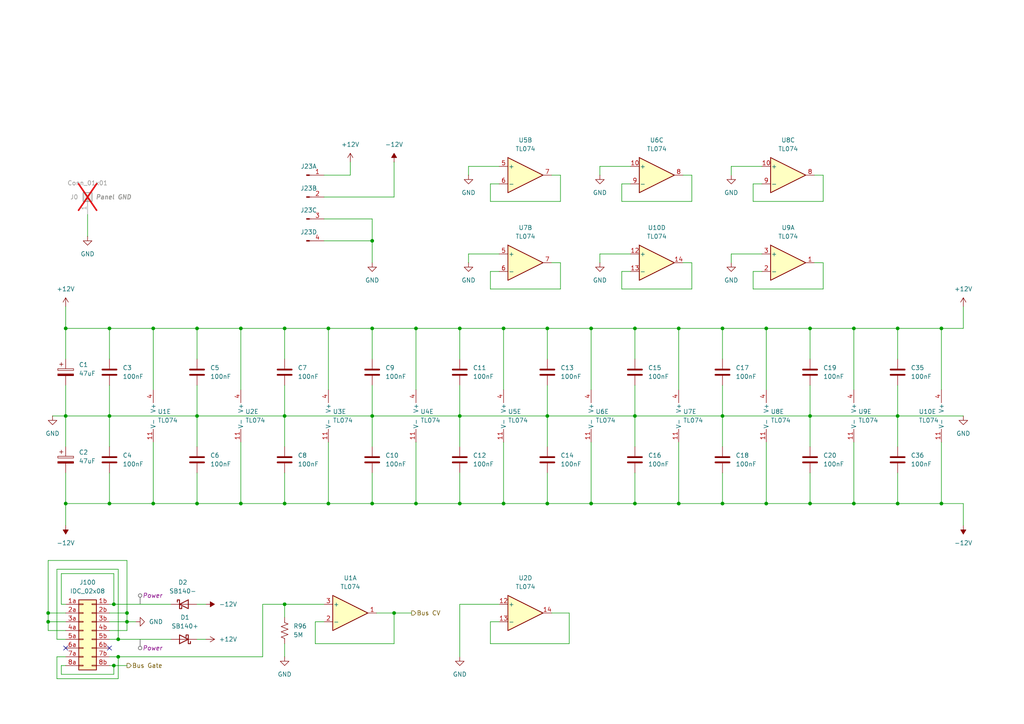
<source format=kicad_sch>
(kicad_sch (version 20231120) (generator "eeschema") (generator_version "8.0")
  (paper "A4")
  (title_block (title "Power Distribution") (company "DMH Instruments") (comment 1 "PCB for 15cm Kosmo format synthesizer module"))
  (lib_symbols
    (symbol "Amplifier_Operational:TL074" (pin_names (offset 0.127))
      (property "Reference" "U" (at 0 5.08 0))
      (property "Value" "TL074" (at 0 -5.08 0))
      (symbol "TL074_1_1"
        (polyline (pts (xy -5.08 5.08) (xy 5.08 0) (xy -5.08 -5.08) (xy -5.08 5.08)) (stroke (width 0.254)) (fill (type background)))
        (pin output line (at 7.62 0 180) (length 2.54) (name "~") (number "1"))
        (pin input line (at -7.62 -2.54 0) (length 2.54) (name "-") (number "2"))
        (pin input line (at -7.62 2.54 0) (length 2.54) (name "+") (number "3"))
      )
      (symbol "TL074_2_1"
        (polyline (pts (xy -5.08 5.08) (xy 5.08 0) (xy -5.08 -5.08) (xy -5.08 5.08)) (stroke (width 0.254)) (fill (type background)))
        (pin input line (at -7.62 2.54 0) (length 2.54) (name "+") (number "5"))
        (pin input line (at -7.62 -2.54 0) (length 2.54) (name "-") (number "6"))
        (pin output line (at 7.62 0 180) (length 2.54) (name "~") (number "7"))
      )
      (symbol "TL074_3_1"
        (polyline (pts (xy -5.08 5.08) (xy 5.08 0) (xy -5.08 -5.08) (xy -5.08 5.08)) (stroke (width 0.254)) (fill (type background)))
        (pin input line (at -7.62 2.54 0) (length 2.54) (name "+") (number "10"))
        (pin output line (at 7.62 0 180) (length 2.54) (name "~") (number "8"))
        (pin input line (at -7.62 -2.54 0) (length 2.54) (name "-") (number "9"))
      )
      (symbol "TL074_4_1"
        (polyline (pts (xy -5.08 5.08) (xy 5.08 0) (xy -5.08 -5.08) (xy -5.08 5.08)) (stroke (width 0.254)) (fill (type background)))
        (pin input line (at -7.62 2.54 0) (length 2.54) (name "+") (number "12"))
        (pin input line (at -7.62 -2.54 0) (length 2.54) (name "-") (number "13"))
        (pin output line (at 7.62 0 180) (length 2.54) (name "~") (number "14"))
      )
      (symbol "TL074_5_1"
        (pin power_in line (at -2.54 -7.62 90) (length 3.81) (name "V-") (number "11"))
        (pin power_in line (at -2.54 7.62 270) (length 3.81) (name "V+") (number "4"))
      )
    )
    (symbol "Connector_Generic:Conn_01x01" (pin_names (offset 1.016) hide)
      (property "Reference" "J" (at 0 2.54 0))
      (property "Value" "Conn_01x01" (at 0 -2.54 0))
      (symbol "Conn_01x01_1_1"
        (rectangle (start -1.27 0.127) (end 0 -0.127) (stroke (width 0.1524)))
        (rectangle (start -1.27 1.27) (end 1.27 -1.27) (stroke (width 0.254)) (fill (type background)))
        (pin passive line (at -5.08 0 0) (length 3.81) (name "Pin_1") (number "1"))
      )
    )
    (symbol "Device:C" (pin_numbers hide) (pin_names (offset 0.254))
      (property "Reference" "C" (at 0.635 2.54 0))
      (property "Value" "C" (at 0.635 -2.54 0))
      (symbol "C_0_1"
        (polyline (pts (xy -2.032 -0.762) (xy 2.032 -0.762)) (stroke (width 0.508)))
        (polyline (pts (xy -2.032 0.762) (xy 2.032 0.762)) (stroke (width 0.508)))
      )
      (symbol "C_1_1"
        (pin passive line (at 0 3.81 270) (length 2.794) (name "~") (number "1"))
        (pin passive line (at 0 -3.81 90) (length 2.794) (name "~") (number "2"))
      )
    )
    (symbol "Device:C_Polarized" (pin_numbers hide) (pin_names (offset 0.254))
      (property "Reference" "C" (at 0.635 2.54 0))
      (property "Value" "C_Polarized" (at 0.635 -2.54 0))
      (symbol "C_Polarized_0_1"
        (rectangle (start -2.286 0.508) (end 2.286 1.016))
        (polyline (pts (xy -1.778 2.286) (xy -0.762 2.286)))
        (polyline (pts (xy -1.27 2.794) (xy -1.27 1.778)))
        (rectangle (start 2.286 -0.508) (end -2.286 -1.016) (fill (type outline)))
      )
      (symbol "C_Polarized_1_1"
        (pin passive line (at 0 3.81 270) (length 2.794) (name "~") (number "1"))
        (pin passive line (at 0 -3.81 90) (length 2.794) (name "~") (number "2"))
      )
    )
    (symbol "Device:R_US" (pin_numbers hide) (pin_names (offset 0))
      (property "Reference" "R" (at 2.54 0 90))
      (property "Value" "R_US" (at -2.54 0 90))
      (symbol "R_US_0_1"
        (polyline (pts (xy 0 -2.286) (xy 0 -2.54)))
        (polyline (pts (xy 0 2.286) (xy 0 2.54)))
        (polyline (pts (xy 0 -0.762) (xy 1.016 -1.143) (xy 0 -1.524) (xy -1.016 -1.905) (xy 0 -2.286)))
        (polyline (pts (xy 0 0.762) (xy 1.016 0.381) (xy 0 0) (xy -1.016 -0.381) (xy 0 -0.762)))
        (polyline (pts (xy 0 2.286) (xy 1.016 1.905) (xy 0 1.524) (xy -1.016 1.143) (xy 0 0.762)))
      )
      (symbol "R_US_1_1"
        (pin passive line (at 0 3.81 270) (length 1.27) (name "~") (number "1"))
        (pin passive line (at 0 -3.81 90) (length 1.27) (name "~") (number "2"))
      )
    )
    (symbol "SynthStuff:Conn_01x04_PinHeader" (pin_names (offset 1.016) hide)
      (property "Reference" "J" (at 0 2.54 0))
      (symbol "Conn_01x04_PinHeader_1_1"
        (polyline (pts (xy 1.27 0) (xy 0.8636 0)) (stroke (width 0.1524)))
        (rectangle (start 0.8636 0.127) (end 0 -0.127) (stroke (width 0.1524)) (fill (type outline)))
        (pin passive line (at 5.08 0 180) (length 3.81) (name "Pin_1") (number "1"))
      )
      (symbol "Conn_01x04_PinHeader_2_1"
        (polyline (pts (xy 1.27 0) (xy 0.8636 0)) (stroke (width 0.1524)))
        (rectangle (start 0.8636 0.127) (end 0 -0.127) (stroke (width 0.1524)) (fill (type outline)))
        (pin passive line (at 5.08 0 180) (length 3.81) (name "Pin_2") (number "2"))
      )
      (symbol "Conn_01x04_PinHeader_3_1"
        (polyline (pts (xy 1.27 0) (xy 0.8636 0)) (stroke (width 0.1524)))
        (rectangle (start 0.8636 0.127) (end 0 -0.127) (stroke (width 0.1524)) (fill (type outline)))
        (pin passive line (at 5.08 0 180) (length 3.81) (name "Pin_3") (number "3"))
      )
      (symbol "Conn_01x04_PinHeader_4_1"
        (polyline (pts (xy 1.27 0) (xy 0.8636 0)) (stroke (width 0.1524)))
        (rectangle (start 0.8636 0.127) (end 0 -0.127) (stroke (width 0.1524)) (fill (type outline)))
        (pin passive line (at 5.08 0 180) (length 3.81) (name "Pin_4") (number "4"))
      )
    )
    (symbol "SynthStuff:Eurorack_Power_Connector_16Pin" (pin_names (offset 1.016) hide)
      (property "Reference" "J" (at 1.27 -16.51 0))
      (property "Value" "IDC_02x08" (at 1.27 -13.97 0))
      (symbol "Eurorack_Power_Connector_16Pin_1_1"
        (rectangle (start -1.27 -10.033) (end 0 -10.287) (stroke (width 0.1524)))
        (rectangle (start -1.27 -7.493) (end 0 -7.747) (stroke (width 0.1524)))
        (rectangle (start -1.27 -4.953) (end 0 -5.207) (stroke (width 0.1524)))
        (rectangle (start -1.27 -2.413) (end 0 -2.667) (stroke (width 0.1524)))
        (rectangle (start -1.27 0.127) (end 0 -0.127) (stroke (width 0.1524)))
        (rectangle (start -1.27 2.667) (end 0 2.413) (stroke (width 0.1524)))
        (rectangle (start -1.27 5.207) (end 0 4.953) (stroke (width 0.1524)))
        (rectangle (start -1.27 7.747) (end 0 7.493) (stroke (width 0.1524)))
        (rectangle (start -1.27 8.89) (end 3.81 -11.43) (stroke (width 0.254)) (fill (type background)))
        (rectangle (start 3.81 -10.033) (end 2.54 -10.287) (stroke (width 0.1524)))
        (rectangle (start 3.81 -7.493) (end 2.54 -7.747) (stroke (width 0.1524)))
        (rectangle (start 3.81 -4.953) (end 2.54 -5.207) (stroke (width 0.1524)))
        (rectangle (start 3.81 -2.413) (end 2.54 -2.667) (stroke (width 0.1524)))
        (rectangle (start 3.81 0.127) (end 2.54 -0.127) (stroke (width 0.1524)))
        (rectangle (start 3.81 2.667) (end 2.54 2.413) (stroke (width 0.1524)))
        (rectangle (start 3.81 5.207) (end 2.54 4.953) (stroke (width 0.1524)))
        (rectangle (start 3.81 7.747) (end 2.54 7.493) (stroke (width 0.1524)))
        (pin power_out line (at -5.08 7.62 0) (length 3.81) (name "Pin_1a") (number "1a"))
        (pin passive line (at 7.62 7.62 180) (length 3.81) (name "Pin_1b") (number "1b"))
        (pin power_out line (at -5.08 5.08 0) (length 3.81) (name "Pin_2a") (number "2a"))
        (pin passive line (at 7.62 5.08 180) (length 3.81) (name "Pin_2b") (number "2b"))
        (pin passive line (at -5.08 2.54 0) (length 3.81) (name "Pin_3a") (number "3a"))
        (pin passive line (at 7.62 2.54 180) (length 3.81) (name "Pin_3b") (number "3b"))
        (pin passive line (at -5.08 0 0) (length 3.81) (name "Pin_4a") (number "4a"))
        (pin passive line (at 7.62 0 180) (length 3.81) (name "Pin_4b") (number "4b"))
        (pin power_out line (at -5.08 -2.54 0) (length 3.81) (name "Pin_5a") (number "5a"))
        (pin passive line (at 7.62 -2.54 180) (length 3.81) (name "Pin_5b") (number "5b"))
        (pin power_out line (at -5.08 -5.08 0) (length 3.81) (name "Pin_6a") (number "6a"))
        (pin passive line (at 7.62 -5.08 180) (length 3.81) (name "Pin_6b") (number "6b"))
        (pin passive line (at -5.08 -7.62 0) (length 3.81) (name "Pin_7a") (number "7a"))
        (pin passive line (at 7.62 -7.62 180) (length 3.81) (name "Pin_7b") (number "7b"))
        (pin passive line (at -5.08 -10.16 0) (length 3.81) (name "Pin_8a") (number "8a"))
        (pin passive line (at 7.62 -10.16 180) (length 3.81) (name "Pin_8b") (number "8b"))
      )
    )
    (symbol "SynthStuff:Power_Bus_Schotty_+" (pin_numbers hide) (pin_names (offset 1.016) hide)
      (property "Reference" "D" (at 0 2.54 0))
      (property "Value" "SB140+" (at 0 -2.54 0))
      (symbol "Power_Bus_Schotty_+_0_1"
        (polyline (pts (xy 1.27 0) (xy -1.27 0)))
        (polyline (pts (xy 1.27 1.27) (xy 1.27 -1.27) (xy -1.27 0) (xy 1.27 1.27)) (stroke (width 0.254)))
        (polyline (pts (xy -1.905 0.635) (xy -1.905 1.27) (xy -1.27 1.27) (xy -1.27 -1.27) (xy -0.635 -1.27) (xy -0.635 -0.635)) (stroke (width 0.254)))
      )
      (symbol "Power_Bus_Schotty_+_1_1"
        (pin power_out line (at -3.81 0 0) (length 2.54) (name "K") (number "1"))
        (pin power_in line (at 3.81 0 180) (length 2.54) (name "A") (number "2"))
      )
    )
    (symbol "SynthStuff:Power_Bus_Schotty_-" (pin_numbers hide) (pin_names (offset 1.016) hide)
      (property "Reference" "D" (at 0 2.54 0))
      (property "Value" "SB140-" (at 0 -2.54 0))
      (symbol "Power_Bus_Schotty_-_0_1"
        (polyline (pts (xy 1.27 0) (xy -1.27 0)))
        (polyline (pts (xy 1.27 1.27) (xy 1.27 -1.27) (xy -1.27 0) (xy 1.27 1.27)) (stroke (width 0.254)))
        (polyline (pts (xy -1.905 0.635) (xy -1.905 1.27) (xy -1.27 1.27) (xy -1.27 -1.27) (xy -0.635 -1.27) (xy -0.635 -0.635)) (stroke (width 0.254)))
      )
      (symbol "Power_Bus_Schotty_-_1_1"
        (pin power_in line (at -3.81 0 0) (length 2.54) (name "K") (number "1"))
        (pin power_out line (at 3.81 0 180) (length 2.54) (name "A") (number "2"))
      )
    )
    (symbol "power:+12V" (power) (pin_numbers hide) (pin_names (offset 0) hide)
      (property "Value" "+12V" (at 0 3.556 0))
      (symbol "+12V_0_1"
        (polyline (pts (xy -0.762 1.27) (xy 0 2.54)))
        (polyline (pts (xy 0 0) (xy 0 2.54)))
        (polyline (pts (xy 0 2.54) (xy 0.762 1.27)))
      )
      (symbol "+12V_1_1"
        (pin power_in line (at 0 0 90) (length 0) (name "~") (number "1"))
      )
    )
    (symbol "power:-12V" (power) (pin_numbers hide) (pin_names (offset 0) hide)
      (property "Value" "-12V" (at 0 3.556 0))
      (symbol "-12V_0_0"
        (pin power_in line (at 0 0 90) (length 0) (name "~") (number "1"))
      )
      (symbol "-12V_0_1"
        (polyline (pts (xy 0 0) (xy 0 1.27) (xy 0.762 1.27) (xy 0 2.54) (xy -0.762 1.27) (xy 0 1.27)) (fill (type outline)))
      )
    )
    (symbol "power:GND" (power) (pin_numbers hide) (pin_names (offset 0) hide)
      (property "Value" "GND" (at 0 -3.81 0))
      (symbol "GND_0_1"
        (polyline (pts (xy 0 0) (xy 0 -1.27) (xy 1.27 -1.27) (xy 0 -2.54) (xy -1.27 -1.27) (xy 0 -1.27)))
      )
      (symbol "GND_1_1"
        (pin power_in line (at 0 0 270) (length 0) (name "~") (number "1"))
      )
    )
  )
  (junction (at 82.55 95.25))
  (junction (at 95.25 146.05))
  (junction (at 114.3 177.8))
  (junction (at 234.95 120.65))
  (junction (at 82.55 146.05))
  (junction (at 44.45 95.25))
  (junction (at 33.02 193.04))
  (junction (at 196.85 95.25))
  (junction (at 184.15 120.65))
  (junction (at 31.75 146.05))
  (junction (at 107.95 69.85))
  (junction (at 33.02 175.26))
  (junction (at 260.35 95.25))
  (junction (at 222.25 146.05))
  (junction (at 260.35 146.05))
  (junction (at 158.75 95.25))
  (junction (at 222.25 95.25))
  (junction (at 19.05 95.25))
  (junction (at 247.65 146.05))
  (junction (at 44.45 146.05))
  (junction (at 31.75 95.25))
  (junction (at 184.15 146.05))
  (junction (at 171.45 146.05))
  (junction (at 107.95 95.25))
  (junction (at 57.15 120.65))
  (junction (at 107.95 120.65))
  (junction (at 158.75 120.65))
  (junction (at 146.05 95.25))
  (junction (at 36.83 180.34))
  (junction (at 247.65 95.25))
  (junction (at 34.29 185.42))
  (junction (at 260.35 120.65))
  (junction (at 19.05 146.05))
  (junction (at 82.55 120.65))
  (junction (at 273.05 146.05))
  (junction (at 234.95 146.05))
  (junction (at 171.45 95.25))
  (junction (at 133.35 95.25))
  (junction (at 69.85 95.25))
  (junction (at 184.15 95.25))
  (junction (at 36.83 177.8))
  (junction (at 13.97 180.34))
  (junction (at 146.05 146.05))
  (junction (at 209.55 95.25))
  (junction (at 133.35 146.05))
  (junction (at 196.85 146.05))
  (junction (at 57.15 95.25))
  (junction (at 107.95 146.05))
  (junction (at 95.25 95.25))
  (junction (at 209.55 120.65))
  (junction (at 209.55 146.05))
  (junction (at 234.95 95.25))
  (junction (at 34.29 190.5))
  (junction (at 19.05 120.65))
  (junction (at 13.97 177.8))
  (junction (at 31.75 120.65))
  (junction (at 120.65 146.05))
  (junction (at 133.35 120.65))
  (junction (at 82.55 175.26))
  (junction (at 57.15 146.05))
  (junction (at 158.75 146.05))
  (junction (at 69.85 146.05))
  (junction (at 120.65 95.25))
  (junction (at 273.05 95.25))
  (no_connect (at 19.05 187.96))
  (no_connect (at 31.75 187.96))
  (wire (pts (xy 218.44 58.42) (xy 238.76 58.42)))
  (wire (pts (xy 234.95 146.05) (xy 247.65 146.05)))
  (wire (pts (xy 33.02 193.04) (xy 36.83 193.04)))
  (wire (pts (xy 69.85 146.05) (xy 82.55 146.05)))
  (wire (pts (xy 13.97 162.56) (xy 13.97 177.8)))
  (wire (pts (xy 33.02 195.58) (xy 33.02 193.04)))
  (wire (pts (xy 44.45 128.27) (xy 44.45 146.05)))
  (wire (pts (xy 158.75 120.65) (xy 184.15 120.65)))
  (wire (pts (xy 260.35 146.05) (xy 273.05 146.05)))
  (wire (pts (xy 218.44 83.82) (xy 238.76 83.82)))
  (wire (pts (xy 158.75 120.65) (xy 158.75 129.54)))
  (wire (pts (xy 107.95 120.65) (xy 107.95 129.54)))
  (wire (pts (xy 120.65 146.05) (xy 133.35 146.05)))
  (wire (pts (xy 273.05 128.27) (xy 273.05 146.05)))
  (wire (pts (xy 57.15 137.16) (xy 57.15 146.05)))
  (wire (pts (xy 173.99 76.2) (xy 173.99 73.66)))
  (wire (pts (xy 171.45 128.27) (xy 171.45 146.05)))
  (wire (pts (xy 133.35 120.65) (xy 133.35 129.54)))
  (wire (pts (xy 184.15 95.25) (xy 184.15 104.14)))
  (wire (pts (xy 69.85 95.25) (xy 82.55 95.25)))
  (wire (pts (xy 120.65 128.27) (xy 120.65 146.05)))
  (wire (pts (xy 184.15 137.16) (xy 184.15 146.05)))
  (wire (pts (xy 260.35 95.25) (xy 273.05 95.25)))
  (wire (pts (xy 57.15 120.65) (xy 57.15 129.54)))
  (wire (pts (xy 182.88 78.74) (xy 180.34 78.74)))
  (wire (pts (xy 15.24 120.65) (xy 19.05 120.65)))
  (wire (pts (xy 13.97 180.34) (xy 13.97 177.8)))
  (wire (pts (xy 133.35 175.26) (xy 133.35 190.5)))
  (wire (pts (xy 180.34 83.82) (xy 200.66 83.82)))
  (wire (pts (xy 158.75 95.25) (xy 158.75 104.14)))
  (wire (pts (xy 200.66 76.2) (xy 198.12 76.2)))
  (wire (pts (xy 19.05 120.65) (xy 31.75 120.65)))
  (wire (pts (xy 279.4 95.25) (xy 279.4 88.9)))
  (wire (pts (xy 162.56 76.2) (xy 160.02 76.2)))
  (wire (pts (xy 19.05 146.05) (xy 31.75 146.05)))
  (wire (pts (xy 171.45 95.25) (xy 184.15 95.25)))
  (wire (pts (xy 238.76 50.8) (xy 236.22 50.8)))
  (wire (pts (xy 238.76 58.42) (xy 238.76 50.8)))
  (wire (pts (xy 34.29 165.1) (xy 34.29 185.42)))
  (wire (pts (xy 260.35 120.65) (xy 260.35 129.54)))
  (wire (pts (xy 114.3 186.69) (xy 114.3 177.8)))
  (wire (pts (xy 209.55 120.65) (xy 209.55 129.54)))
  (wire (pts (xy 107.95 95.25) (xy 120.65 95.25)))
  (wire (pts (xy 95.25 95.25) (xy 95.25 113.03)))
  (wire (pts (xy 200.66 83.82) (xy 200.66 76.2)))
  (wire (pts (xy 19.05 180.34) (xy 13.97 180.34)))
  (wire (pts (xy 107.95 69.85) (xy 107.95 76.2)))
  (wire (pts (xy 146.05 146.05) (xy 158.75 146.05)))
  (wire (pts (xy 93.98 69.85) (xy 107.95 69.85)))
  (wire (pts (xy 19.05 185.42) (xy 16.51 185.42)))
  (wire (pts (xy 19.05 95.25) (xy 19.05 104.14)))
  (wire (pts (xy 133.35 95.25) (xy 146.05 95.25)))
  (wire (pts (xy 133.35 95.25) (xy 133.35 104.14)))
  (wire (pts (xy 120.65 95.25) (xy 133.35 95.25)))
  (wire (pts (xy 135.89 76.2) (xy 135.89 73.66)))
  (wire (pts (xy 69.85 128.27) (xy 69.85 146.05)))
  (wire (pts (xy 34.29 190.5) (xy 34.29 196.85)))
  (wire (pts (xy 31.75 95.25) (xy 44.45 95.25)))
  (wire (pts (xy 146.05 95.25) (xy 146.05 113.03)))
  (wire (pts (xy 109.22 177.8) (xy 114.3 177.8)))
  (wire (pts (xy 234.95 120.65) (xy 260.35 120.65)))
  (wire (pts (xy 31.75 185.42) (xy 34.29 185.42)))
  (wire (pts (xy 158.75 111.76) (xy 158.75 120.65)))
  (wire (pts (xy 19.05 177.8) (xy 13.97 177.8)))
  (wire (pts (xy 36.83 162.56) (xy 13.97 162.56)))
  (wire (pts (xy 273.05 146.05) (xy 279.4 146.05)))
  (wire (pts (xy 279.4 146.05) (xy 279.4 152.4)))
  (wire (pts (xy 31.75 182.88) (xy 36.83 182.88)))
  (wire (pts (xy 158.75 95.25) (xy 171.45 95.25)))
  (wire (pts (xy 82.55 186.69) (xy 82.55 190.5)))
  (wire (pts (xy 144.78 53.34) (xy 142.24 53.34)))
  (wire (pts (xy 209.55 95.25) (xy 222.25 95.25)))
  (wire (pts (xy 133.35 137.16) (xy 133.35 146.05)))
  (wire (pts (xy 209.55 120.65) (xy 234.95 120.65)))
  (wire (pts (xy 69.85 95.25) (xy 69.85 113.03)))
  (wire (pts (xy 146.05 95.25) (xy 158.75 95.25)))
  (wire (pts (xy 82.55 95.25) (xy 95.25 95.25)))
  (wire (pts (xy 133.35 111.76) (xy 133.35 120.65)))
  (wire (pts (xy 19.05 182.88) (xy 13.97 182.88)))
  (wire (pts (xy 107.95 95.25) (xy 107.95 104.14)))
  (wire (pts (xy 91.44 186.69) (xy 114.3 186.69)))
  (wire (pts (xy 142.24 78.74) (xy 142.24 83.82)))
  (wire (pts (xy 31.75 193.04) (xy 33.02 193.04)))
  (wire (pts (xy 34.29 185.42) (xy 49.53 185.42)))
  (wire (pts (xy 107.95 146.05) (xy 120.65 146.05)))
  (wire (pts (xy 93.98 180.34) (xy 91.44 180.34)))
  (wire (pts (xy 160.02 177.8) (xy 165.1 177.8)))
  (wire (pts (xy 142.24 83.82) (xy 162.56 83.82)))
  (wire (pts (xy 19.05 88.9) (xy 19.05 95.25)))
  (wire (pts (xy 19.05 95.25) (xy 31.75 95.25)))
  (wire (pts (xy 184.15 95.25) (xy 196.85 95.25)))
  (wire (pts (xy 82.55 175.26) (xy 93.98 175.26)))
  (wire (pts (xy 34.29 190.5) (xy 76.2 190.5)))
  (wire (pts (xy 212.09 48.26) (xy 220.98 48.26)))
  (wire (pts (xy 184.15 120.65) (xy 184.15 129.54)))
  (wire (pts (xy 247.65 95.25) (xy 260.35 95.25)))
  (wire (pts (xy 36.83 177.8) (xy 36.83 162.56)))
  (wire (pts (xy 209.55 111.76) (xy 209.55 120.65)))
  (wire (pts (xy 209.55 95.25) (xy 209.55 104.14)))
  (wire (pts (xy 31.75 180.34) (xy 36.83 180.34)))
  (wire (pts (xy 25.4 62.23) (xy 25.4 68.58)))
  (wire (pts (xy 114.3 57.15) (xy 114.3 46.99)))
  (wire (pts (xy 19.05 175.26) (xy 17.78 175.26)))
  (wire (pts (xy 95.25 95.25) (xy 107.95 95.25)))
  (wire (pts (xy 19.05 190.5) (xy 16.51 190.5)))
  (wire (pts (xy 31.75 175.26) (xy 33.02 175.26)))
  (wire (pts (xy 93.98 63.5) (xy 107.95 63.5)))
  (wire (pts (xy 238.76 76.2) (xy 236.22 76.2)))
  (wire (pts (xy 135.89 73.66) (xy 144.78 73.66)))
  (wire (pts (xy 31.75 95.25) (xy 31.75 104.14)))
  (wire (pts (xy 165.1 177.8) (xy 165.1 186.69)))
  (wire (pts (xy 220.98 53.34) (xy 218.44 53.34)))
  (wire (pts (xy 171.45 95.25) (xy 171.45 113.03)))
  (wire (pts (xy 196.85 95.25) (xy 196.85 113.03)))
  (wire (pts (xy 57.15 175.26) (xy 59.69 175.26)))
  (wire (pts (xy 200.66 50.8) (xy 198.12 50.8)))
  (wire (pts (xy 57.15 185.42) (xy 59.69 185.42)))
  (wire (pts (xy 142.24 58.42) (xy 162.56 58.42)))
  (wire (pts (xy 107.95 63.5) (xy 107.95 69.85)))
  (wire (pts (xy 200.66 58.42) (xy 200.66 50.8)))
  (wire (pts (xy 82.55 111.76) (xy 82.55 120.65)))
  (wire (pts (xy 36.83 182.88) (xy 36.83 180.34)))
  (wire (pts (xy 19.05 111.76) (xy 19.05 120.65)))
  (wire (pts (xy 162.56 83.82) (xy 162.56 76.2)))
  (wire (pts (xy 82.55 95.25) (xy 82.55 104.14)))
  (wire (pts (xy 173.99 50.8) (xy 173.99 48.26)))
  (wire (pts (xy 218.44 78.74) (xy 218.44 83.82)))
  (wire (pts (xy 273.05 95.25) (xy 273.05 113.03)))
  (wire (pts (xy 19.05 120.65) (xy 19.05 129.54)))
  (wire (pts (xy 133.35 146.05) (xy 146.05 146.05)))
  (wire (pts (xy 142.24 180.34) (xy 144.78 180.34)))
  (wire (pts (xy 76.2 190.5) (xy 76.2 175.26)))
  (wire (pts (xy 95.25 146.05) (xy 107.95 146.05)))
  (wire (pts (xy 260.35 137.16) (xy 260.35 146.05)))
  (wire (pts (xy 260.35 120.65) (xy 279.4 120.65)))
  (wire (pts (xy 16.51 165.1) (xy 34.29 165.1)))
  (wire (pts (xy 57.15 146.05) (xy 69.85 146.05)))
  (wire (pts (xy 57.15 111.76) (xy 57.15 120.65)))
  (wire (pts (xy 107.95 111.76) (xy 107.95 120.65)))
  (wire (pts (xy 180.34 53.34) (xy 180.34 58.42)))
  (wire (pts (xy 144.78 78.74) (xy 142.24 78.74)))
  (wire (pts (xy 31.75 120.65) (xy 57.15 120.65)))
  (wire (pts (xy 57.15 95.25) (xy 69.85 95.25)))
  (wire (pts (xy 33.02 166.37) (xy 33.02 175.26)))
  (wire (pts (xy 171.45 146.05) (xy 184.15 146.05)))
  (wire (pts (xy 218.44 53.34) (xy 218.44 58.42)))
  (wire (pts (xy 234.95 95.25) (xy 234.95 104.14)))
  (wire (pts (xy 158.75 137.16) (xy 158.75 146.05)))
  (wire (pts (xy 31.75 137.16) (xy 31.75 146.05)))
  (wire (pts (xy 165.1 186.69) (xy 142.24 186.69)))
  (wire (pts (xy 17.78 166.37) (xy 33.02 166.37)))
  (wire (pts (xy 120.65 95.25) (xy 120.65 113.03)))
  (wire (pts (xy 107.95 137.16) (xy 107.95 146.05)))
  (wire (pts (xy 82.55 137.16) (xy 82.55 146.05)))
  (wire (pts (xy 82.55 120.65) (xy 82.55 129.54)))
  (wire (pts (xy 234.95 137.16) (xy 234.95 146.05)))
  (wire (pts (xy 260.35 111.76) (xy 260.35 120.65)))
  (wire (pts (xy 31.75 190.5) (xy 34.29 190.5)))
  (wire (pts (xy 180.34 58.42) (xy 200.66 58.42)))
  (wire (pts (xy 17.78 195.58) (xy 33.02 195.58)))
  (wire (pts (xy 31.75 111.76) (xy 31.75 120.65)))
  (wire (pts (xy 57.15 120.65) (xy 82.55 120.65)))
  (wire (pts (xy 212.09 50.8) (xy 212.09 48.26)))
  (wire (pts (xy 16.51 196.85) (xy 34.29 196.85)))
  (wire (pts (xy 196.85 128.27) (xy 196.85 146.05)))
  (wire (pts (xy 247.65 128.27) (xy 247.65 146.05)))
  (wire (pts (xy 220.98 78.74) (xy 218.44 78.74)))
  (wire (pts (xy 247.65 95.25) (xy 247.65 113.03)))
  (wire (pts (xy 222.25 128.27) (xy 222.25 146.05)))
  (wire (pts (xy 234.95 120.65) (xy 234.95 129.54)))
  (wire (pts (xy 76.2 175.26) (xy 82.55 175.26)))
  (wire (pts (xy 234.95 95.25) (xy 247.65 95.25)))
  (wire (pts (xy 91.44 180.34) (xy 91.44 186.69)))
  (wire (pts (xy 260.35 95.25) (xy 260.35 104.14)))
  (wire (pts (xy 82.55 175.26) (xy 82.55 179.07)))
  (wire (pts (xy 33.02 175.26) (xy 49.53 175.26)))
  (wire (pts (xy 142.24 186.69) (xy 142.24 180.34)))
  (wire (pts (xy 184.15 111.76) (xy 184.15 120.65)))
  (wire (pts (xy 135.89 50.8) (xy 135.89 48.26)))
  (wire (pts (xy 222.25 146.05) (xy 234.95 146.05)))
  (wire (pts (xy 82.55 120.65) (xy 107.95 120.65)))
  (wire (pts (xy 19.05 137.16) (xy 19.05 146.05)))
  (wire (pts (xy 180.34 78.74) (xy 180.34 83.82)))
  (wire (pts (xy 222.25 95.25) (xy 222.25 113.03)))
  (wire (pts (xy 44.45 95.25) (xy 57.15 95.25)))
  (wire (pts (xy 247.65 146.05) (xy 260.35 146.05)))
  (wire (pts (xy 238.76 83.82) (xy 238.76 76.2)))
  (wire (pts (xy 17.78 193.04) (xy 17.78 195.58)))
  (wire (pts (xy 16.51 190.5) (xy 16.51 196.85)))
  (wire (pts (xy 57.15 95.25) (xy 57.15 104.14)))
  (wire (pts (xy 19.05 193.04) (xy 17.78 193.04)))
  (wire (pts (xy 133.35 120.65) (xy 158.75 120.65)))
  (wire (pts (xy 101.6 50.8) (xy 101.6 46.99)))
  (wire (pts (xy 184.15 120.65) (xy 209.55 120.65)))
  (wire (pts (xy 173.99 48.26) (xy 182.88 48.26)))
  (wire (pts (xy 135.89 48.26) (xy 144.78 48.26)))
  (wire (pts (xy 93.98 57.15) (xy 114.3 57.15)))
  (wire (pts (xy 44.45 95.25) (xy 44.45 113.03)))
  (wire (pts (xy 36.83 180.34) (xy 39.37 180.34)))
  (wire (pts (xy 209.55 137.16) (xy 209.55 146.05)))
  (wire (pts (xy 31.75 177.8) (xy 36.83 177.8)))
  (wire (pts (xy 158.75 146.05) (xy 171.45 146.05)))
  (wire (pts (xy 13.97 182.88) (xy 13.97 180.34)))
  (wire (pts (xy 182.88 53.34) (xy 180.34 53.34)))
  (wire (pts (xy 107.95 120.65) (xy 133.35 120.65)))
  (wire (pts (xy 144.78 175.26) (xy 133.35 175.26)))
  (wire (pts (xy 234.95 111.76) (xy 234.95 120.65)))
  (wire (pts (xy 162.56 58.42) (xy 162.56 50.8)))
  (wire (pts (xy 142.24 53.34) (xy 142.24 58.42)))
  (wire (pts (xy 162.56 50.8) (xy 160.02 50.8)))
  (wire (pts (xy 19.05 152.4) (xy 19.05 146.05)))
  (wire (pts (xy 196.85 146.05) (xy 209.55 146.05)))
  (wire (pts (xy 16.51 185.42) (xy 16.51 165.1)))
  (wire (pts (xy 173.99 73.66) (xy 182.88 73.66)))
  (wire (pts (xy 44.45 146.05) (xy 57.15 146.05)))
  (wire (pts (xy 17.78 175.26) (xy 17.78 166.37)))
  (wire (pts (xy 36.83 180.34) (xy 36.83 177.8)))
  (wire (pts (xy 212.09 73.66) (xy 212.09 76.2)))
  (wire (pts (xy 196.85 95.25) (xy 209.55 95.25)))
  (wire (pts (xy 93.98 50.8) (xy 101.6 50.8)))
  (wire (pts (xy 220.98 73.66) (xy 212.09 73.66)))
  (wire (pts (xy 31.75 120.65) (xy 31.75 129.54)))
  (wire (pts (xy 209.55 146.05) (xy 222.25 146.05)))
  (wire (pts (xy 31.75 146.05) (xy 44.45 146.05)))
  (wire (pts (xy 114.3 177.8) (xy 119.38 177.8)))
  (wire (pts (xy 273.05 95.25) (xy 279.4 95.25)))
  (wire (pts (xy 184.15 146.05) (xy 196.85 146.05)))
  (wire (pts (xy 82.55 146.05) (xy 95.25 146.05)))
  (wire (pts (xy 95.25 128.27) (xy 95.25 146.05)))
  (wire (pts (xy 146.05 128.27) (xy 146.05 146.05)))
  (wire (pts (xy 222.25 95.25) (xy 234.95 95.25)))
  (hierarchical_label "Bus Gate" (shape output) (at 36.83 193.04 0))
  (hierarchical_label "Bus CV" (shape output) (at 119.38 177.8 0))
  (netclass_flag "" (length 2.54) (shape round) (at 40.64 185.42 180) (property "Netclass" "Power" (at 41.3385 187.96 0) (effects (font (italic yes)) (justify left))))
  (netclass_flag "" (length 2.54) (shape round) (at 40.64 175.26 0) (property "Netclass" "Power" (at 41.3385 172.72 0) (effects (font (italic yes)) (justify left))))
  (symbol (lib_id "power:+12V") (at 101.6 46.99 0) (unit 1)
    (property "Reference" "#PWR077" (effects (hide yes)))
    (property "Value" "+12V" (at 101.6 41.91 0))
    (property "Description" "Power symbol creates a global label with name \"+12V\"" (effects (hide yes)))
  )
  (symbol (lib_id "Device:C") (at 31.75 107.95 0) (unit 1) (on_board no)
    (property "Reference" "C3" (at 35.56 106.6799 0) (effects (justify left)))
    (property "Value" "100nF" (at 35.56 109.2199 0) (effects (justify left)))
    (property "Footprint" "Capacitor_THT:C_Disc_D4.3mm_W1.9mm_P5.00mm" (effects (hide yes)))
    (property "Description" "Unpolarized capacitor" (effects (hide yes)))
  )
  (symbol (lib_id "Device:C") (at 234.95 133.35 0) (unit 1) (on_board no)
    (property "Reference" "C20" (at 238.76 132.0799 0) (effects (justify left)))
    (property "Value" "100nF" (at 238.76 134.6199 0) (effects (justify left)))
    (property "Footprint" "Capacitor_THT:C_Disc_D4.3mm_W1.9mm_P5.00mm" (effects (hide yes)))
    (property "Description" "Unpolarized capacitor" (effects (hide yes)))
  )
  (symbol (lib_id "Amplifier_Operational:TL074") (at 148.59 120.65 0) (unit 5) (on_board no)
    (property "Reference" "U5" (at 147.32 119.3799 0) (effects (justify left)))
    (property "Value" "TL074" (at 147.32 121.9199 0) (effects (justify left)))
    (property "Footprint" "Package_DIP:DIP-14_W7.62mm_Socket" (effects (hide yes)))
    (property "Datasheet" "http://www.ti.com/lit/ds/symlink/tl071.pdf" (effects (hide yes)))
    (property "Description" "Quad Low-Noise JFET-Input Operational Amplifiers, DIP-14/SOIC-14" (effects (hide yes)))
  )
  (symbol (lib_id "power:GND") (at 133.35 190.5 0) (unit 1)
    (property "Reference" "#PWR076" (effects (hide yes)))
    (property "Value" "GND" (at 133.35 195.58 0))
    (property "Description" "Power symbol creates a global label with name \"GND\" , ground" (effects (hide yes)))
  )
  (symbol (lib_id "Device:C") (at 184.15 107.95 0) (unit 1) (on_board no)
    (property "Reference" "C15" (at 187.96 106.6799 0) (effects (justify left)))
    (property "Value" "100nF" (at 187.96 109.2199 0) (effects (justify left)))
    (property "Footprint" "Capacitor_THT:C_Disc_D4.3mm_W1.9mm_P5.00mm" (effects (hide yes)))
    (property "Description" "Unpolarized capacitor" (effects (hide yes)))
  )
  (symbol (lib_id "Device:C_Polarized") (at 19.05 133.35 0) (unit 1) (on_board no)
    (property "Reference" "C2" (at 22.86 131.1909 0) (effects (justify left)))
    (property "Value" "47uF" (at 22.86 133.7309 0) (effects (justify left)))
    (property "Footprint" "Capacitor_THT:CP_Radial_D5.0mm_P2.00mm" (effects (hide yes)))
    (property "Description" "Polarized capacitor" (effects (hide yes)))
  )
  (symbol (lib_id "power:+12V") (at 59.69 185.42 270) (unit 1)
    (property "Reference" "#PWR02" (effects (hide yes)))
    (property "Value" "+12V" (at 63.5 185.4199 90) (effects (justify left)))
    (property "Description" "Power symbol creates a global label with name \"+12V\"" (effects (hide yes)))
  )
  (symbol (lib_id "Device:C") (at 57.15 107.95 0) (unit 1) (on_board no)
    (property "Reference" "C5" (at 60.96 106.6799 0) (effects (justify left)))
    (property "Value" "100nF" (at 60.96 109.2199 0) (effects (justify left)))
    (property "Footprint" "Capacitor_THT:C_Disc_D4.3mm_W1.9mm_P5.00mm" (effects (hide yes)))
    (property "Description" "Unpolarized capacitor" (effects (hide yes)))
  )
  (symbol (lib_id "Amplifier_Operational:TL074") (at 152.4 177.8 0) (unit 4) (on_board no)
    (property "Reference" "U2" (at 152.4 167.64 0))
    (property "Value" "TL074" (at 152.4 170.18 0))
    (property "Footprint" "Package_DIP:DIP-14_W7.62mm_Socket" (effects (hide yes)))
    (property "Datasheet" "http://www.ti.com/lit/ds/symlink/tl071.pdf" (effects (hide yes)))
    (property "Description" "Quad Low-Noise JFET-Input Operational Amplifiers, DIP-14/SOIC-14" (effects (hide yes)))
  )
  (symbol (lib_id "Amplifier_Operational:TL074") (at 72.39 120.65 0) (unit 5) (on_board no)
    (property "Reference" "U2" (at 71.12 119.3799 0) (effects (justify left)))
    (property "Value" "TL074" (at 71.12 121.9199 0) (effects (justify left)))
    (property "Footprint" "Package_DIP:DIP-14_W7.62mm_Socket" (effects (hide yes)))
    (property "Datasheet" "http://www.ti.com/lit/ds/symlink/tl071.pdf" (effects (hide yes)))
    (property "Description" "Quad Low-Noise JFET-Input Operational Amplifiers, DIP-14/SOIC-14" (effects (hide yes)))
  )
  (symbol (lib_id "Device:C") (at 107.95 133.35 0) (unit 1) (on_board no)
    (property "Reference" "C10" (at 111.76 132.0799 0) (effects (justify left)))
    (property "Value" "100nF" (at 111.76 134.6199 0) (effects (justify left)))
    (property "Footprint" "Capacitor_THT:C_Disc_D4.3mm_W1.9mm_P5.00mm" (effects (hide yes)))
    (property "Description" "Unpolarized capacitor" (effects (hide yes)))
  )
  (symbol (lib_id "Amplifier_Operational:TL074") (at 270.51 120.65 0) (mirror y) (unit 5) (on_board no)
    (property "Reference" "U10" (at 266.446 119.38 0) (effects (justify right)))
    (property "Value" "TL074" (at 266.446 121.92 0) (effects (justify right)))
    (property "Footprint" "Package_DIP:DIP-14_W7.62mm_Socket" (effects (hide yes)))
    (property "Datasheet" "http://www.ti.com/lit/ds/symlink/tl071.pdf" (effects (hide yes)))
    (property "Description" "Quad Low-Noise JFET-Input Operational Amplifiers, DIP-14/SOIC-14" (effects (hide yes)))
  )
  (symbol (lib_id "power:GND") (at 173.99 50.8 0) (unit 1)
    (property "Reference" "#PWR0104" (effects (hide yes)))
    (property "Value" "GND" (at 173.99 55.88 0))
    (property "Description" "Power symbol creates a global label with name \"GND\" , ground" (effects (hide yes)))
  )
  (symbol (lib_id "power:+12V") (at 19.05 88.9 0) (unit 1)
    (property "Reference" "#PWR013" (effects (hide yes)))
    (property "Value" "+12V" (at 19.05 83.82 0))
    (property "Description" "Power symbol creates a global label with name \"+12V\"" (effects (hide yes)))
  )
  (symbol (lib_id "power:GND") (at 39.37 180.34 90) (unit 1)
    (property "Reference" "#PWR04" (effects (hide yes)))
    (property "Value" "GND" (at 43.18 180.3399 90) (effects (justify right)))
    (property "Description" "Power symbol creates a global label with name \"GND\" , ground" (effects (hide yes)))
  )
  (symbol (lib_id "Device:C") (at 209.55 107.95 0) (unit 1) (on_board no)
    (property "Reference" "C17" (at 213.36 106.6799 0) (effects (justify left)))
    (property "Value" "100nF" (at 213.36 109.2199 0) (effects (justify left)))
    (property "Footprint" "Capacitor_THT:C_Disc_D4.3mm_W1.9mm_P5.00mm" (effects (hide yes)))
    (property "Description" "Unpolarized capacitor" (effects (hide yes)))
  )
  (symbol (lib_id "power:GND") (at 135.89 50.8 0) (unit 1)
    (property "Reference" "#PWR0101" (effects (hide yes)))
    (property "Value" "GND" (at 135.89 55.88 0))
    (property "Description" "Power symbol creates a global label with name \"GND\" , ground" (effects (hide yes)))
  )
  (symbol (lib_id "power:-12V") (at 19.05 152.4 180) (unit 1)
    (property "Reference" "#PWR017" (effects (hide yes)))
    (property "Value" "-12V" (at 19.05 157.48 0))
    (property "Description" "Power symbol creates a global label with name \"-12V\"" (effects (hide yes)))
  )
  (symbol (lib_id "power:GND") (at 135.89 76.2 0) (unit 1)
    (property "Reference" "#PWR0102" (effects (hide yes)))
    (property "Value" "GND" (at 135.89 81.28 0))
    (property "Description" "Power symbol creates a global label with name \"GND\" , ground" (effects (hide yes)))
  )
  (symbol (lib_id "Device:C") (at 209.55 133.35 0) (unit 1) (on_board no)
    (property "Reference" "C18" (at 213.36 132.0799 0) (effects (justify left)))
    (property "Value" "100nF" (at 213.36 134.6199 0) (effects (justify left)))
    (property "Footprint" "Capacitor_THT:C_Disc_D4.3mm_W1.9mm_P5.00mm" (effects (hide yes)))
    (property "Description" "Unpolarized capacitor" (effects (hide yes)))
  )
  (symbol (lib_id "Amplifier_Operational:TL074") (at 152.4 50.8 0) (unit 2) (on_board no)
    (property "Reference" "U5" (at 152.4 40.64 0))
    (property "Value" "TL074" (at 152.4 43.18 0))
    (property "Footprint" "Package_DIP:DIP-14_W7.62mm_Socket" (effects (hide yes)))
    (property "Datasheet" "http://www.ti.com/lit/ds/symlink/tl071.pdf" (effects (hide yes)))
    (property "Description" "Quad Low-Noise JFET-Input Operational Amplifiers, DIP-14/SOIC-14" (effects (hide yes)))
  )
  (symbol (lib_id "Amplifier_Operational:TL074") (at 190.5 76.2 0) (unit 4) (on_board no)
    (property "Reference" "U10" (at 190.5 66.04 0))
    (property "Value" "TL074" (at 190.5 68.58 0))
    (property "Footprint" "Package_DIP:DIP-14_W7.62mm_Socket" (effects (hide yes)))
    (property "Datasheet" "http://www.ti.com/lit/ds/symlink/tl071.pdf" (effects (hide yes)))
    (property "Description" "Quad Low-Noise JFET-Input Operational Amplifiers, DIP-14/SOIC-14" (effects (hide yes)))
  )
  (symbol (lib_id "power:GND") (at 25.4 68.58 0) (unit 1)
    (property "Reference" "#PWR08" (effects (hide yes)))
    (property "Value" "GND" (at 25.4 73.66 0))
    (property "Description" "Power symbol creates a global label with name \"GND\" , ground" (effects (hide yes)))
  )
  (symbol (lib_id "SynthStuff:Conn_01x04_PinHeader") (at 88.9 57.15 0) (unit 2)
    (property "Reference" "J23" (at 89.535 54.61 0))
    (property "Value" "Conn_01x04_PinHeader" (effects (hide yes)))
    (property "Footprint" "Connector_PinSocket_2.54mm:PinSocket_1x04_P2.54mm_Vertical" (effects (hide yes)))
    (property "Description" "Generic connector, single row, 01x04" (effects (hide yes)))
  )
  (symbol (lib_id "Device:C") (at 57.15 133.35 0) (unit 1) (on_board no)
    (property "Reference" "C6" (at 60.96 132.0799 0) (effects (justify left)))
    (property "Value" "100nF" (at 60.96 134.6199 0) (effects (justify left)))
    (property "Footprint" "Capacitor_THT:C_Disc_D4.3mm_W1.9mm_P5.00mm" (effects (hide yes)))
    (property "Description" "Unpolarized capacitor" (effects (hide yes)))
  )
  (symbol (lib_id "Connector_Generic:Conn_01x01") (at 25.4 57.15 90) (unit 1) (in_bom no) (on_board no) (dnp yes)
    (property "Reference" "J0" (at 20.32 57.15 90) (effects (justify right)))
    (property "Value" "Conn_01x01" (at 25.4 53.086 90))
    (property "Footprint" "Connector_PinHeader_2.54mm:PinHeader_1x01_P2.54mm_Vertical" (effects (hide yes)))
    (property "Description" "Generic connector, single row, 01x01, script generated (kicad-library-utils/schlib/autogen/connector/)" (effects (hide yes)))
    (property "Function" "Panel GND" (at 33.02 57.15 90) (effects (font (thickness 0.254) (bold yes) (italic yes))))
  )
  (symbol (lib_id "power:GND") (at 173.99 76.2 0) (unit 1)
    (property "Reference" "#PWR0103" (effects (hide yes)))
    (property "Value" "GND" (at 173.99 81.28 0))
    (property "Description" "Power symbol creates a global label with name \"GND\" , ground" (effects (hide yes)))
  )
  (symbol (lib_id "power:GND") (at 82.55 190.5 0) (unit 1)
    (property "Reference" "#PWR073" (effects (hide yes)))
    (property "Value" "GND" (at 82.55 195.58 0))
    (property "Description" "Power symbol creates a global label with name \"GND\" , ground" (effects (hide yes)))
  )
  (symbol (lib_id "Device:C") (at 260.35 133.35 0) (unit 1) (on_board no)
    (property "Reference" "C36" (at 264.16 132.0799 0) (effects (justify left)))
    (property "Value" "100nF" (at 264.16 134.6199 0) (effects (justify left)))
    (property "Footprint" "Capacitor_THT:C_Disc_D4.3mm_W1.9mm_P5.00mm" (effects (hide yes)))
    (property "Description" "Unpolarized capacitor" (effects (hide yes)))
  )
  (symbol (lib_id "Device:C") (at 31.75 133.35 0) (unit 1) (on_board no)
    (property "Reference" "C4" (at 35.56 132.0799 0) (effects (justify left)))
    (property "Value" "100nF" (at 35.56 134.6199 0) (effects (justify left)))
    (property "Footprint" "Capacitor_THT:C_Disc_D4.3mm_W1.9mm_P5.00mm" (effects (hide yes)))
    (property "Description" "Unpolarized capacitor" (effects (hide yes)))
  )
  (symbol (lib_id "power:GND") (at 107.95 76.2 0) (unit 1)
    (property "Reference" "#PWR098" (effects (hide yes)))
    (property "Value" "GND" (at 107.95 81.28 0))
    (property "Description" "Power symbol creates a global label with name \"GND\" , ground" (effects (hide yes)))
  )
  (symbol (lib_id "Device:C") (at 82.55 133.35 0) (unit 1) (on_board no)
    (property "Reference" "C8" (at 86.36 132.0799 0) (effects (justify left)))
    (property "Value" "100nF" (at 86.36 134.6199 0) (effects (justify left)))
    (property "Footprint" "Capacitor_THT:C_Disc_D4.3mm_W1.9mm_P5.00mm" (effects (hide yes)))
    (property "Description" "Unpolarized capacitor" (effects (hide yes)))
  )
  (symbol (lib_id "Device:C") (at 158.75 107.95 0) (unit 1) (on_board no)
    (property "Reference" "C13" (at 162.56 106.6799 0) (effects (justify left)))
    (property "Value" "100nF" (at 162.56 109.2199 0) (effects (justify left)))
    (property "Footprint" "Capacitor_THT:C_Disc_D4.3mm_W1.9mm_P5.00mm" (effects (hide yes)))
    (property "Description" "Unpolarized capacitor" (effects (hide yes)))
  )
  (symbol (lib_id "Amplifier_Operational:TL074") (at 250.19 120.65 0) (unit 5) (on_board no)
    (property "Reference" "U9" (at 248.92 119.3799 0) (effects (justify left)))
    (property "Value" "TL074" (at 248.92 121.9199 0) (effects (justify left)))
    (property "Footprint" "Package_DIP:DIP-14_W7.62mm_Socket" (effects (hide yes)))
    (property "Datasheet" "http://www.ti.com/lit/ds/symlink/tl071.pdf" (effects (hide yes)))
    (property "Description" "Quad Low-Noise JFET-Input Operational Amplifiers, DIP-14/SOIC-14" (effects (hide yes)))
  )
  (symbol (lib_id "Amplifier_Operational:TL074") (at 190.5 50.8 0) (unit 3) (on_board no)
    (property "Reference" "U6" (at 190.5 40.64 0))
    (property "Value" "TL074" (at 190.5 43.18 0))
    (property "Footprint" "Package_DIP:DIP-14_W7.62mm_Socket" (effects (hide yes)))
    (property "Datasheet" "http://www.ti.com/lit/ds/symlink/tl071.pdf" (effects (hide yes)))
    (property "Description" "Quad Low-Noise JFET-Input Operational Amplifiers, DIP-14/SOIC-14" (effects (hide yes)))
  )
  (symbol (lib_id "power:GND") (at 212.09 76.2 0) (unit 1)
    (property "Reference" "#PWR0106" (effects (hide yes)))
    (property "Value" "GND" (at 212.09 81.28 0))
    (property "Description" "Power symbol creates a global label with name \"GND\" , ground" (effects (hide yes)))
  )
  (symbol (lib_id "power:GND") (at 15.24 120.65 0) (unit 1)
    (property "Reference" "#PWR015" (effects (hide yes)))
    (property "Value" "GND" (at 15.24 125.73 0))
    (property "Description" "Power symbol creates a global label with name \"GND\" , ground" (effects (hide yes)))
  )
  (symbol (lib_id "power:-12V") (at 59.69 175.26 270) (unit 1)
    (property "Reference" "#PWR01" (effects (hide yes)))
    (property "Value" "-12V" (at 63.5 175.2599 90) (effects (justify left)))
    (property "Description" "Power symbol creates a global label with name \"-12V\"" (effects (hide yes)))
  )
  (symbol (lib_id "SynthStuff:Conn_01x04_PinHeader") (at 88.9 69.85 0) (unit 4)
    (property "Reference" "J23" (at 89.535 67.31 0))
    (property "Value" "Conn_01x04_PinHeader" (effects (hide yes)))
    (property "Footprint" "Connector_PinSocket_2.54mm:PinSocket_1x04_P2.54mm_Vertical" (effects (hide yes)))
    (property "Description" "Generic connector, single row, 01x04" (effects (hide yes)))
  )
  (symbol (lib_id "SynthStuff:Conn_01x04_PinHeader") (at 88.9 50.8 0) (unit 1)
    (property "Reference" "J23" (at 89.535 48.26 0))
    (property "Value" "Conn_01x04_PinHeader" (effects (hide yes)))
    (property "Footprint" "Connector_PinSocket_2.54mm:PinSocket_1x04_P2.54mm_Vertical" (effects (hide yes)))
    (property "Description" "Generic connector, single row, 01x04" (effects (hide yes)))
  )
  (symbol (lib_id "Device:C") (at 184.15 133.35 0) (unit 1) (on_board no)
    (property "Reference" "C16" (at 187.96 132.0799 0) (effects (justify left)))
    (property "Value" "100nF" (at 187.96 134.6199 0) (effects (justify left)))
    (property "Footprint" "Capacitor_THT:C_Disc_D4.3mm_W1.9mm_P5.00mm" (effects (hide yes)))
    (property "Description" "Unpolarized capacitor" (effects (hide yes)))
  )
  (symbol (lib_id "Device:C") (at 133.35 133.35 0) (unit 1) (on_board no)
    (property "Reference" "C12" (at 137.16 132.0799 0) (effects (justify left)))
    (property "Value" "100nF" (at 137.16 134.6199 0) (effects (justify left)))
    (property "Footprint" "Capacitor_THT:C_Disc_D4.3mm_W1.9mm_P5.00mm" (effects (hide yes)))
    (property "Description" "Unpolarized capacitor" (effects (hide yes)))
  )
  (symbol (lib_id "Amplifier_Operational:TL074") (at 152.4 76.2 0) (unit 2) (on_board no)
    (property "Reference" "U7" (at 152.4 66.04 0))
    (property "Value" "TL074" (at 152.4 68.58 0))
    (property "Footprint" "Package_DIP:DIP-14_W7.62mm_Socket" (effects (hide yes)))
    (property "Datasheet" "http://www.ti.com/lit/ds/symlink/tl071.pdf" (effects (hide yes)))
    (property "Description" "Quad Low-Noise JFET-Input Operational Amplifiers, DIP-14/SOIC-14" (effects (hide yes)))
  )
  (symbol (lib_id "power:+12V") (at 279.4 88.9 0) (unit 1)
    (property "Reference" "#PWR014" (effects (hide yes)))
    (property "Value" "+12V" (at 279.4 83.82 0))
    (property "Description" "Power symbol creates a global label with name \"+12V\"" (effects (hide yes)))
  )
  (symbol (lib_id "power:GND") (at 279.4 120.65 0) (unit 1)
    (property "Reference" "#PWR016" (effects (hide yes)))
    (property "Value" "GND" (at 279.4 125.73 0))
    (property "Description" "Power symbol creates a global label with name \"GND\" , ground" (effects (hide yes)))
  )
  (symbol (lib_id "SynthStuff:Power_Bus_Schotty_-") (at 53.34 175.26 0) (unit 1) (on_board no)
    (property "Reference" "D2" (at 53.0225 168.91 0))
    (property "Value" "SB140-" (at 53.0225 171.45 0))
    (property "Footprint" "Diode_THT:D_DO-41_SOD81_P10.16mm_Horizontal" (effects (hide yes)))
    (property "Datasheet" "http://www.diodes.com/_files/datasheets/ds23022.pdf" (effects (hide yes)))
    (property "Description" "40V 1A Schottky Barrier Rectifier Diode, DO-41" (effects (hide yes)))
  )
  (symbol (lib_id "SynthStuff:Power_Bus_Schotty_+") (at 53.34 185.42 180) (unit 1) (on_board no)
    (property "Reference" "D1" (at 53.6575 179.07 0))
    (property "Value" "SB140+" (at 53.6575 181.61 0))
    (property "Footprint" "Diode_THT:D_DO-41_SOD81_P10.16mm_Horizontal" (effects (hide yes)))
    (property "Datasheet" "http://www.diodes.com/_files/datasheets/ds23022.pdf" (effects (hide yes)))
    (property "Description" "40V 1A Schottky Barrier Rectifier Diode, DO-41" (effects (hide yes)))
  )
  (symbol (lib_id "power:GND") (at 212.09 50.8 0) (unit 1)
    (property "Reference" "#PWR0105" (effects (hide yes)))
    (property "Value" "GND" (at 212.09 55.88 0))
    (property "Description" "Power symbol creates a global label with name \"GND\" , ground" (effects (hide yes)))
  )
  (symbol (lib_id "Amplifier_Operational:TL074") (at 123.19 120.65 0) (unit 5) (on_board no)
    (property "Reference" "U4" (at 121.92 119.3799 0) (effects (justify left)))
    (property "Value" "TL074" (at 121.92 121.9199 0) (effects (justify left)))
    (property "Footprint" "Package_DIP:DIP-14_W7.62mm_Socket" (effects (hide yes)))
    (property "Datasheet" "http://www.ti.com/lit/ds/symlink/tl071.pdf" (effects (hide yes)))
    (property "Description" "Quad Low-Noise JFET-Input Operational Amplifiers, DIP-14/SOIC-14" (effects (hide yes)))
  )
  (symbol (lib_id "Device:R_US") (at 82.55 182.88 0) (unit 1)
    (property "Reference" "R96" (at 85.09 181.6099 0) (effects (justify left)))
    (property "Value" "5M" (at 85.09 184.1499 0) (effects (justify left)))
    (property "Footprint" "Resistor_THT:R_Axial_DIN0207_L6.3mm_D2.5mm_P7.62mm_Horizontal" (effects (hide yes)))
    (property "Description" "Resistor, US symbol" (effects (hide yes)))
  )
  (symbol (lib_id "Amplifier_Operational:TL074") (at 228.6 76.2 0) (unit 1) (on_board no)
    (property "Reference" "U9" (at 228.6 66.04 0))
    (property "Value" "TL074" (at 228.6 68.58 0))
    (property "Footprint" "Package_DIP:DIP-14_W7.62mm_Socket" (effects (hide yes)))
    (property "Datasheet" "http://www.ti.com/lit/ds/symlink/tl071.pdf" (effects (hide yes)))
    (property "Description" "Quad Low-Noise JFET-Input Operational Amplifiers, DIP-14/SOIC-14" (effects (hide yes)))
  )
  (symbol (lib_id "Device:C") (at 260.35 107.95 0) (unit 1) (on_board no)
    (property "Reference" "C35" (at 264.16 106.6799 0) (effects (justify left)))
    (property "Value" "100nF" (at 264.16 109.2199 0) (effects (justify left)))
    (property "Footprint" "Capacitor_THT:C_Disc_D4.3mm_W1.9mm_P5.00mm" (effects (hide yes)))
    (property "Description" "Unpolarized capacitor" (effects (hide yes)))
  )
  (symbol (lib_id "Device:C") (at 234.95 107.95 0) (unit 1) (on_board no)
    (property "Reference" "C19" (at 238.76 106.6799 0) (effects (justify left)))
    (property "Value" "100nF" (at 238.76 109.2199 0) (effects (justify left)))
    (property "Footprint" "Capacitor_THT:C_Disc_D4.3mm_W1.9mm_P5.00mm" (effects (hide yes)))
    (property "Description" "Unpolarized capacitor" (effects (hide yes)))
  )
  (symbol (lib_id "Device:C") (at 133.35 107.95 0) (unit 1) (on_board no)
    (property "Reference" "C11" (at 137.16 106.6799 0) (effects (justify left)))
    (property "Value" "100nF" (at 137.16 109.2199 0) (effects (justify left)))
    (property "Footprint" "Capacitor_THT:C_Disc_D4.3mm_W1.9mm_P5.00mm" (effects (hide yes)))
    (property "Description" "Unpolarized capacitor" (effects (hide yes)))
  )
  (symbol (lib_id "Amplifier_Operational:TL074") (at 199.39 120.65 0) (unit 5) (on_board no)
    (property "Reference" "U7" (at 198.12 119.3799 0) (effects (justify left)))
    (property "Value" "TL074" (at 198.12 121.9199 0) (effects (justify left)))
    (property "Footprint" "Package_DIP:DIP-14_W7.62mm_Socket" (effects (hide yes)))
    (property "Datasheet" "http://www.ti.com/lit/ds/symlink/tl071.pdf" (effects (hide yes)))
    (property "Description" "Quad Low-Noise JFET-Input Operational Amplifiers, DIP-14/SOIC-14" (effects (hide yes)))
  )
  (symbol (lib_id "Amplifier_Operational:TL074") (at 97.79 120.65 0) (unit 5) (on_board no)
    (property "Reference" "U3" (at 96.52 119.3799 0) (effects (justify left)))
    (property "Value" "TL074" (at 96.52 121.9199 0) (effects (justify left)))
    (property "Footprint" "Package_DIP:DIP-14_W7.62mm_Socket" (effects (hide yes)))
    (property "Datasheet" "http://www.ti.com/lit/ds/symlink/tl071.pdf" (effects (hide yes)))
    (property "Description" "Quad Low-Noise JFET-Input Operational Amplifiers, DIP-14/SOIC-14" (effects (hide yes)))
  )
  (symbol (lib_id "Amplifier_Operational:TL074") (at 41.91 120.65 0) (mirror y) (unit 5) (on_board no)
    (property "Reference" "U1" (at 45.72 119.3799 0) (effects (justify right)))
    (property "Value" "TL074" (at 45.72 121.9199 0) (effects (justify right)))
    (property "Footprint" "Package_DIP:DIP-14_W7.62mm_Socket" (effects (hide yes)))
    (property "Datasheet" "http://www.ti.com/lit/ds/symlink/tl071.pdf" (effects (hide yes)))
    (property "Description" "Quad Low-Noise JFET-Input Operational Amplifiers, DIP-14/SOIC-14" (effects (hide yes)))
  )
  (symbol (lib_id "Amplifier_Operational:TL074") (at 224.79 120.65 0) (unit 5) (on_board no)
    (property "Reference" "U8" (at 223.52 119.3799 0) (effects (justify left)))
    (property "Value" "TL074" (at 223.52 121.9199 0) (effects (justify left)))
    (property "Footprint" "Package_DIP:DIP-14_W7.62mm_Socket" (effects (hide yes)))
    (property "Datasheet" "http://www.ti.com/lit/ds/symlink/tl071.pdf" (effects (hide yes)))
    (property "Description" "Quad Low-Noise JFET-Input Operational Amplifiers, DIP-14/SOIC-14" (effects (hide yes)))
  )
  (symbol (lib_id "Amplifier_Operational:TL074") (at 101.6 177.8 0) (unit 1) (on_board no)
    (property "Reference" "U1" (at 101.6 167.64 0))
    (property "Value" "TL074" (at 101.6 170.18 0))
    (property "Footprint" "Package_DIP:DIP-14_W7.62mm_Socket" (effects (hide yes)))
    (property "Datasheet" "http://www.ti.com/lit/ds/symlink/tl071.pdf" (effects (hide yes)))
    (property "Description" "Quad Low-Noise JFET-Input Operational Amplifiers, DIP-14/SOIC-14" (effects (hide yes)))
  )
  (symbol (lib_id "Amplifier_Operational:TL074") (at 228.6 50.8 0) (unit 3) (on_board no)
    (property "Reference" "U8" (at 228.6 40.64 0))
    (property "Value" "TL074" (at 228.6 43.18 0))
    (property "Footprint" "Package_DIP:DIP-14_W7.62mm_Socket" (effects (hide yes)))
    (property "Datasheet" "http://www.ti.com/lit/ds/symlink/tl071.pdf" (effects (hide yes)))
    (property "Description" "Quad Low-Noise JFET-Input Operational Amplifiers, DIP-14/SOIC-14" (effects (hide yes)))
  )
  (symbol (lib_id "SynthStuff:Conn_01x04_PinHeader") (at 88.9 63.5 0) (unit 3)
    (property "Reference" "J23" (at 89.535 60.96 0))
    (property "Value" "Conn_01x04_PinHeader" (effects (hide yes)))
    (property "Footprint" "Connector_PinSocket_2.54mm:PinSocket_1x04_P2.54mm_Vertical" (effects (hide yes)))
    (property "Description" "Generic connector, single row, 01x04" (effects (hide yes)))
  )
  (symbol (lib_id "Device:C_Polarized") (at 19.05 107.95 0) (unit 1) (on_board no)
    (property "Reference" "C1" (at 22.86 105.7909 0) (effects (justify left)))
    (property "Value" "47uF" (at 22.86 108.3309 0) (effects (justify left)))
    (property "Footprint" "Capacitor_THT:CP_Radial_D5.0mm_P2.00mm" (effects (hide yes)))
    (property "Description" "Polarized capacitor" (effects (hide yes)))
  )
  (symbol (lib_id "Device:C") (at 158.75 133.35 0) (unit 1) (on_board no)
    (property "Reference" "C14" (at 162.56 132.0799 0) (effects (justify left)))
    (property "Value" "100nF" (at 162.56 134.6199 0) (effects (justify left)))
    (property "Footprint" "Capacitor_THT:C_Disc_D4.3mm_W1.9mm_P5.00mm" (effects (hide yes)))
    (property "Description" "Unpolarized capacitor" (effects (hide yes)))
  )
  (symbol (lib_id "Amplifier_Operational:TL074") (at 173.99 120.65 0) (unit 5) (on_board no)
    (property "Reference" "U6" (at 172.72 119.3799 0) (effects (justify left)))
    (property "Value" "TL074" (at 172.72 121.9199 0) (effects (justify left)))
    (property "Footprint" "Package_DIP:DIP-14_W7.62mm_Socket" (effects (hide yes)))
    (property "Datasheet" "http://www.ti.com/lit/ds/symlink/tl071.pdf" (effects (hide yes)))
    (property "Description" "Quad Low-Noise JFET-Input Operational Amplifiers, DIP-14/SOIC-14" (effects (hide yes)))
  )
  (symbol (lib_id "power:-12V") (at 279.4 152.4 180) (unit 1)
    (property "Reference" "#PWR018" (effects (hide yes)))
    (property "Value" "-12V" (at 279.4 157.48 0))
    (property "Description" "Power symbol creates a global label with name \"-12V\"" (effects (hide yes)))
  )
  (symbol (lib_id "Device:C") (at 107.95 107.95 0) (unit 1) (on_board no)
    (property "Reference" "C9" (at 111.76 106.6799 0) (effects (justify left)))
    (property "Value" "100nF" (at 111.76 109.2199 0) (effects (justify left)))
    (property "Footprint" "Capacitor_THT:C_Disc_D4.3mm_W1.9mm_P5.00mm" (effects (hide yes)))
    (property "Description" "Unpolarized capacitor" (effects (hide yes)))
  )
  (symbol (lib_id "Device:C") (at 82.55 107.95 0) (unit 1) (on_board no)
    (property "Reference" "C7" (at 86.36 106.6799 0) (effects (justify left)))
    (property "Value" "100nF" (at 86.36 109.2199 0) (effects (justify left)))
    (property "Footprint" "Capacitor_THT:C_Disc_D4.3mm_W1.9mm_P5.00mm" (effects (hide yes)))
    (property "Description" "Unpolarized capacitor" (effects (hide yes)))
  )
  (symbol (lib_id "SynthStuff:Eurorack_Power_Connector_16Pin") (at 24.13 182.88 0) (unit 1) (on_board no)
    (property "Reference" "J100" (at 25.4 168.91 0))
    (property "Value" "IDC_02x08" (at 25.4 171.45 0))
    (property "Footprint" "SynthStuff:IDC-Header_2x08_P2.54mm_Vertical_Eurorack" (effects (hide yes)))
    (property "Description" "IDC jack, 2x8 pins, row a carries same signals as row b." (effects (hide yes)))
  )
  (symbol (lib_id "power:-12V") (at 114.3 46.99 0) (unit 1)
    (property "Reference" "#PWR079" (effects (hide yes)))
    (property "Value" "-12V" (at 114.3 41.91 0))
    (property "Description" "Power symbol creates a global label with name \"-12V\"" (effects (hide yes)))
  )
)
</source>
